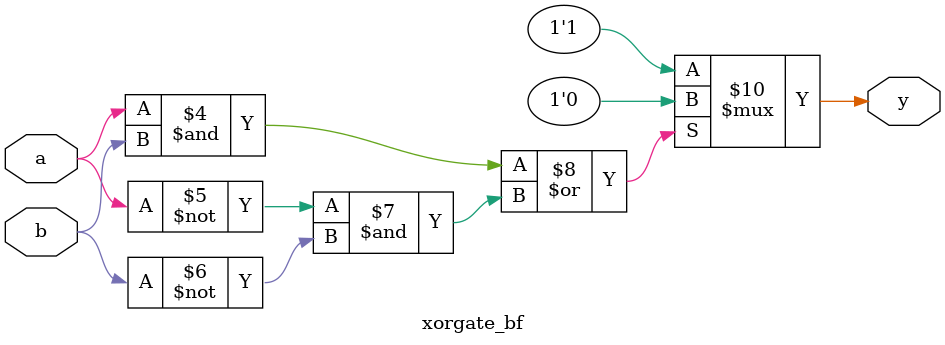
<source format=v>
`timescale 1ns / 1ps


module xorgate_bf(y,a,b);
output y; 
input a,b; 
reg y; 
always@(a,b) 
begin 
if((a==1'b1 & b==1'b1)|(a==1'b0 & b==1'b0)) 
y=0; 
else 
y=1; 
end 
endmodule 

</source>
